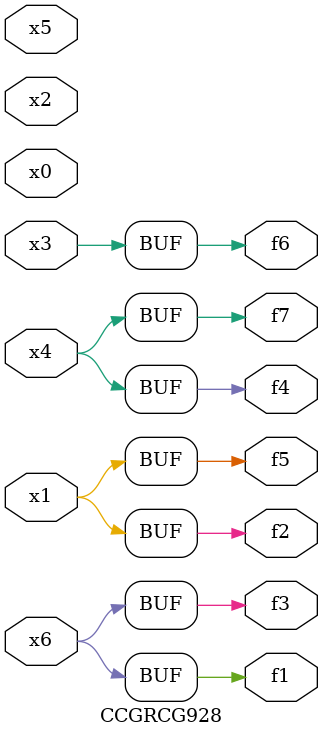
<source format=v>
module CCGRCG928(
	input x0, x1, x2, x3, x4, x5, x6,
	output f1, f2, f3, f4, f5, f6, f7
);
	assign f1 = x6;
	assign f2 = x1;
	assign f3 = x6;
	assign f4 = x4;
	assign f5 = x1;
	assign f6 = x3;
	assign f7 = x4;
endmodule

</source>
